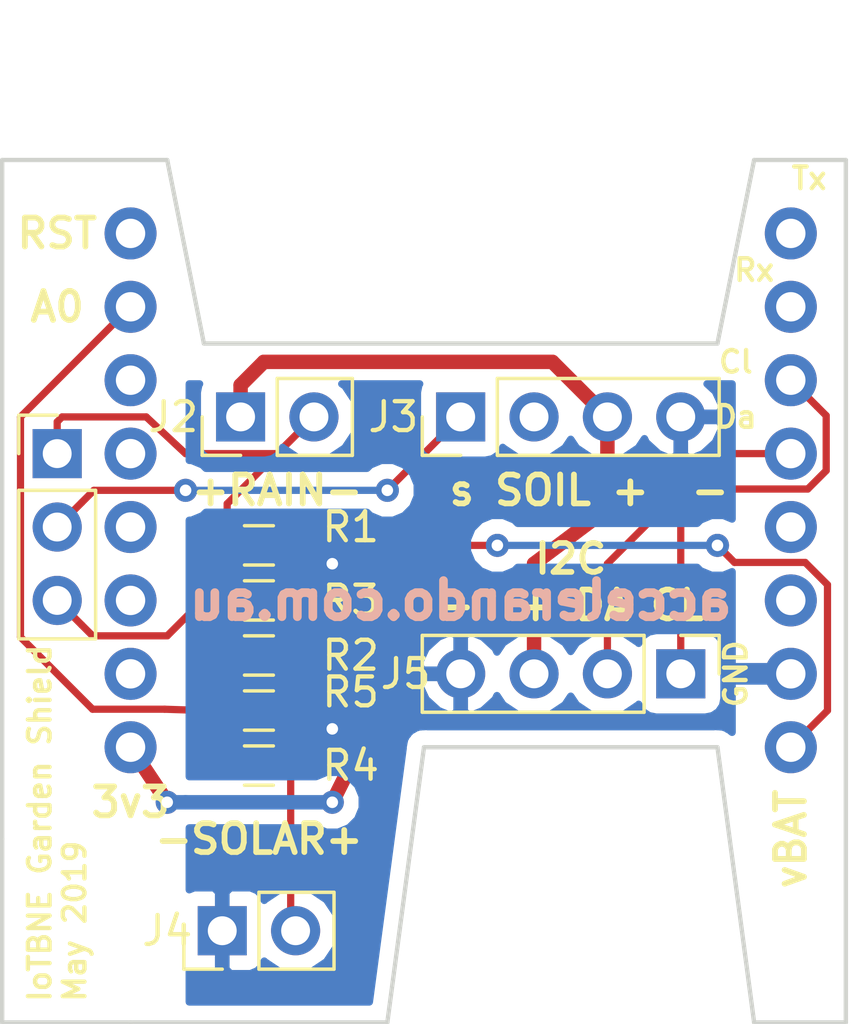
<source format=kicad_pcb>
(kicad_pcb (version 20171130) (host pcbnew "(5.0.1-3-g963ef8bb5)")

  (general
    (thickness 1.6)
    (drawings 29)
    (tracks 75)
    (zones 0)
    (modules 11)
    (nets 22)
  )

  (page A4)
  (layers
    (0 F.Cu signal)
    (31 B.Cu signal hide)
    (32 B.Adhes user)
    (33 F.Adhes user)
    (34 B.Paste user)
    (35 F.Paste user)
    (36 B.SilkS user)
    (37 F.SilkS user)
    (38 B.Mask user)
    (39 F.Mask user)
    (40 Dwgs.User user)
    (41 Cmts.User user)
    (42 Eco1.User user)
    (43 Eco2.User user)
    (44 Edge.Cuts user)
    (45 Margin user)
    (46 B.CrtYd user)
    (47 F.CrtYd user hide)
    (48 B.Fab user)
    (49 F.Fab user hide)
  )

  (setup
    (last_trace_width 0.25)
    (trace_clearance 0.2)
    (zone_clearance 0.508)
    (zone_45_only no)
    (trace_min 0.2)
    (segment_width 0.2)
    (edge_width 0.15)
    (via_size 0.8)
    (via_drill 0.4)
    (via_min_size 0.4)
    (via_min_drill 0.3)
    (uvia_size 0.3)
    (uvia_drill 0.1)
    (uvias_allowed no)
    (uvia_min_size 0.2)
    (uvia_min_drill 0.1)
    (pcb_text_width 0.3)
    (pcb_text_size 1.5 1.5)
    (mod_edge_width 0.15)
    (mod_text_size 1 1)
    (mod_text_width 0.15)
    (pad_size 1.8 1.8)
    (pad_drill 1.016)
    (pad_to_mask_clearance 0.051)
    (solder_mask_min_width 0.25)
    (aux_axis_origin 0 0)
    (visible_elements FFFFFF7F)
    (pcbplotparams
      (layerselection 0x010fc_ffffffff)
      (usegerberextensions false)
      (usegerberattributes false)
      (usegerberadvancedattributes false)
      (creategerberjobfile false)
      (excludeedgelayer true)
      (linewidth 0.100000)
      (plotframeref false)
      (viasonmask false)
      (mode 1)
      (useauxorigin false)
      (hpglpennumber 1)
      (hpglpenspeed 20)
      (hpglpendiameter 15.000000)
      (psnegative false)
      (psa4output false)
      (plotreference true)
      (plotvalue true)
      (plotinvisibletext false)
      (padsonsilk false)
      (subtractmaskfromsilk false)
      (outputformat 1)
      (mirror false)
      (drillshape 0)
      (scaleselection 1)
      (outputdirectory "gerbers/"))
  )

  (net 0 "")
  (net 1 /GPIO34-BATT)
  (net 2 /GPIO33-SOIL)
  (net 3 /GPIO35-RAIN)
  (net 4 +3V3)
  (net 5 /NC)
  (net 6 GND)
  (net 7 /GPIO36-SOLAR)
  (net 8 "Net-(U1-Pad15)")
  (net 9 "Net-(U1-Pad14)")
  (net 10 "Net-(U1-Pad3)")
  (net 11 "Net-(U1-Pad13)")
  (net 12 "Net-(U1-Pad4)")
  (net 13 "Net-(U1-Pad12)")
  (net 14 "Net-(U1-Pad11)")
  (net 15 "Net-(U1-Pad7)")
  (net 16 "Net-(U1-Pad9)")
  (net 17 "Net-(U1-Pad8)")
  (net 18 /SDA)
  (net 19 /SCL)
  (net 20 /VBAT)
  (net 21 /VSOLAR)

  (net_class Default "This is the default net class."
    (clearance 0.2)
    (trace_width 0.25)
    (via_dia 0.8)
    (via_drill 0.4)
    (uvia_dia 0.3)
    (uvia_drill 0.1)
    (add_net +3V3)
    (add_net /GPIO33-SOIL)
    (add_net /GPIO34-BATT)
    (add_net /GPIO35-RAIN)
    (add_net /GPIO36-SOLAR)
    (add_net /NC)
    (add_net /SCL)
    (add_net /SDA)
    (add_net /VBAT)
    (add_net /VSOLAR)
    (add_net GND)
    (add_net "Net-(U1-Pad11)")
    (add_net "Net-(U1-Pad12)")
    (add_net "Net-(U1-Pad13)")
    (add_net "Net-(U1-Pad14)")
    (add_net "Net-(U1-Pad15)")
    (add_net "Net-(U1-Pad3)")
    (add_net "Net-(U1-Pad4)")
    (add_net "Net-(U1-Pad7)")
    (add_net "Net-(U1-Pad8)")
    (add_net "Net-(U1-Pad9)")
  )

  (module wemos-d1-mini:wemos-d1-mini-with-pin-header-and-connector-no-outline (layer F.Cu) (tedit 5CDE2B61) (tstamp 5CDCF47D)
    (at 135.89 104.14 90)
    (path /5CD61191)
    (fp_text reference U1 (at -19.3 0 180) (layer F.SilkS) hide
      (effects (font (size 1 1) (thickness 0.15)))
    )
    (fp_text value "Lolin D1 Socket" (at 0 0 90) (layer F.Fab) hide
      (effects (font (size 1 1) (thickness 0.15)))
    )
    (fp_arc (start -12.48 -12.33) (end -11.48 -12.33) (angle 90) (layer F.CrtYd) (width 0.05))
    (fp_line (start -18.46 -11.33) (end -12.48 -11.33) (layer F.CrtYd) (width 0.05))
    (fp_line (start -11.48 -13.5) (end -11.48 -12.33) (layer F.CrtYd) (width 0.05))
    (fp_arc (start 14.94 -11.5) (end 14.85 -13.5) (angle 92.57657183) (layer F.CrtYd) (width 0.05))
    (fp_arc (start 14.94 11.5) (end 16.94 11.5) (angle 90) (layer F.CrtYd) (width 0.05))
    (fp_line (start -18.46 13.5) (end -18.46 -11.33) (layer F.CrtYd) (width 0.05))
    (fp_line (start 14.94 13.5) (end -18.46 13.5) (layer F.CrtYd) (width 0.05))
    (fp_line (start 16.94 -11.5) (end 16.94 11.5) (layer F.CrtYd) (width 0.05))
    (fp_line (start -11.48 -13.5) (end 14.85 -13.5) (layer F.CrtYd) (width 0.05))
    (pad 8 thru_hole circle (at 8.89 11.43 90) (size 1.8 1.8) (drill 1.016) (layers *.Cu *.Mask)
      (net 17 "Net-(U1-Pad8)"))
    (pad 9 thru_hole circle (at 8.89 -11.43 90) (size 1.8 1.8) (drill 1.016) (layers *.Cu *.Mask)
      (net 16 "Net-(U1-Pad9)"))
    (pad 7 thru_hole circle (at 6.35 11.43 90) (size 1.8 1.8) (drill 1.016) (layers *.Cu *.Mask)
      (net 15 "Net-(U1-Pad7)"))
    (pad 10 thru_hole circle (at 6.35 -11.43 90) (size 1.8 1.8) (drill 1.016) (layers *.Cu *.Mask)
      (net 7 /GPIO36-SOLAR))
    (pad 6 thru_hole circle (at 3.81 11.43 90) (size 1.8 1.8) (drill 1.016) (layers *.Cu *.Mask)
      (net 19 /SCL))
    (pad 11 thru_hole circle (at 3.81 -11.43 90) (size 1.8 1.8) (drill 1.016) (layers *.Cu *.Mask)
      (net 14 "Net-(U1-Pad11)"))
    (pad 5 thru_hole circle (at 1.27 11.43 90) (size 1.8 1.8) (drill 1.016) (layers *.Cu *.Mask)
      (net 18 /SDA))
    (pad 12 thru_hole circle (at 1.27 -11.43 90) (size 1.8 1.8) (drill 1.016) (layers *.Cu *.Mask)
      (net 13 "Net-(U1-Pad12)"))
    (pad 4 thru_hole circle (at -1.27 11.43 90) (size 1.8 1.8) (drill 1.016) (layers *.Cu *.Mask)
      (net 12 "Net-(U1-Pad4)"))
    (pad 13 thru_hole circle (at -1.27 -11.43 90) (size 1.8 1.8) (drill 1.016) (layers *.Cu *.Mask)
      (net 11 "Net-(U1-Pad13)"))
    (pad 3 thru_hole circle (at -3.81 11.43 90) (size 1.8 1.8) (drill 1.016) (layers *.Cu *.Mask)
      (net 10 "Net-(U1-Pad3)"))
    (pad 14 thru_hole circle (at -3.81 -11.43 90) (size 1.8 1.8) (drill 1.016) (layers *.Cu *.Mask)
      (net 9 "Net-(U1-Pad14)"))
    (pad 2 thru_hole circle (at -6.35 11.43 90) (size 1.8 1.8) (drill 1.016) (layers *.Cu *.Mask)
      (net 6 GND))
    (pad 15 thru_hole circle (at -6.35 -11.43 90) (size 1.8 1.8) (drill 1.016) (layers *.Cu *.Mask)
      (net 8 "Net-(U1-Pad15)"))
    (pad 1 thru_hole circle (at -8.89 11.43 90) (size 1.8 1.8) (drill 1.016) (layers *.Cu *.Mask)
      (net 20 /VBAT))
    (pad 16 thru_hole circle (at -8.89 -11.43 90) (size 1.8 1.8) (drill 1.016) (layers *.Cu *.Mask)
      (net 4 +3V3))
    (model ${KIPRJMOD}/3dshapes/wemos_d1_mini.3dshapes/d1_mini_shield.wrl
      (offset (xyz -17.89999973116897 -12.79999980776329 8.39999987384466))
      (scale (xyz 0.3937 0.3937 0.3937))
      (rotate (xyz 0 180 90))
    )
    (model ${KIPRJMOD}/3dshapes/wemos_d1_mini.3dshapes/SLW-108-01-G-S.wrl
      (offset (xyz 0 -11.39999982878918 0))
      (scale (xyz 0.3937 0.3937 0.3937))
      (rotate (xyz -90 0 0))
    )
    (model ${KIPRJMOD}/3dshapes/wemos_d1_mini.3dshapes/SLW-108-01-G-S.wrl
      (offset (xyz 0 11.39999982878918 0))
      (scale (xyz 0.3937 0.3937 0.3937))
      (rotate (xyz -90 0 0))
    )
    (model ${KIPRJMOD}/3dshapes/wemos_d1_mini.3dshapes/TSW-108-05-G-S.wrl
      (offset (xyz 0 -11.39999982878918 7.299999890364999))
      (scale (xyz 0.3937 0.3937 0.3937))
      (rotate (xyz 90 0 0))
    )
    (model ${KIPRJMOD}/3dshapes/wemos_d1_mini.3dshapes/TSW-108-05-G-S.wrl
      (offset (xyz 0 11.39999982878918 7.299999890364999))
      (scale (xyz 0.3937 0.3937 0.3937))
      (rotate (xyz 90 0 0))
    )
  )

  (module Pin_Headers:Pin_Header_Straight_1x02_Pitch2.54mm (layer F.Cu) (tedit 59650532) (tstamp 5CDE5C53)
    (at 128.27 101.6 90)
    (descr "Through hole straight pin header, 1x02, 2.54mm pitch, single row")
    (tags "Through hole pin header THT 1x02 2.54mm single row")
    (path /5CD6119F)
    (fp_text reference J2 (at 0 -2.33 180) (layer F.SilkS)
      (effects (font (size 1 1) (thickness 0.15)))
    )
    (fp_text value "Rain Sensor" (at 2.54 2.54 180) (layer F.Fab)
      (effects (font (size 1 1) (thickness 0.15)))
    )
    (fp_text user %R (at 0 1.27 180) (layer F.Fab)
      (effects (font (size 1 1) (thickness 0.15)))
    )
    (fp_line (start 1.8 -1.8) (end -1.8 -1.8) (layer F.CrtYd) (width 0.05))
    (fp_line (start 1.8 4.35) (end 1.8 -1.8) (layer F.CrtYd) (width 0.05))
    (fp_line (start -1.8 4.35) (end 1.8 4.35) (layer F.CrtYd) (width 0.05))
    (fp_line (start -1.8 -1.8) (end -1.8 4.35) (layer F.CrtYd) (width 0.05))
    (fp_line (start -1.33 -1.33) (end 0 -1.33) (layer F.SilkS) (width 0.12))
    (fp_line (start -1.33 0) (end -1.33 -1.33) (layer F.SilkS) (width 0.12))
    (fp_line (start -1.33 1.27) (end 1.33 1.27) (layer F.SilkS) (width 0.12))
    (fp_line (start 1.33 1.27) (end 1.33 3.87) (layer F.SilkS) (width 0.12))
    (fp_line (start -1.33 1.27) (end -1.33 3.87) (layer F.SilkS) (width 0.12))
    (fp_line (start -1.33 3.87) (end 1.33 3.87) (layer F.SilkS) (width 0.12))
    (fp_line (start -1.27 -0.635) (end -0.635 -1.27) (layer F.Fab) (width 0.1))
    (fp_line (start -1.27 3.81) (end -1.27 -0.635) (layer F.Fab) (width 0.1))
    (fp_line (start 1.27 3.81) (end -1.27 3.81) (layer F.Fab) (width 0.1))
    (fp_line (start 1.27 -1.27) (end 1.27 3.81) (layer F.Fab) (width 0.1))
    (fp_line (start -0.635 -1.27) (end 1.27 -1.27) (layer F.Fab) (width 0.1))
    (pad 2 thru_hole oval (at 0 2.54 90) (size 1.7 1.7) (drill 1) (layers *.Cu *.Mask)
      (net 3 /GPIO35-RAIN))
    (pad 1 thru_hole rect (at 0 0 90) (size 1.7 1.7) (drill 1) (layers *.Cu *.Mask)
      (net 4 +3V3))
    (model ${KISYS3DMOD}/Pin_Headers.3dshapes/Pin_Header_Straight_1x02_Pitch2.54mm.wrl
      (at (xyz 0 0 0))
      (scale (xyz 1 1 1))
      (rotate (xyz 0 0 0))
    )
  )

  (module Pin_Headers:Pin_Header_Straight_1x04_Pitch2.54mm (layer F.Cu) (tedit 59650532) (tstamp 5CDE5C10)
    (at 143.51 110.49 270)
    (descr "Through hole straight pin header, 1x04, 2.54mm pitch, single row")
    (tags "Through hole pin header THT 1x04 2.54mm single row")
    (path /5CDE11AD)
    (fp_text reference J5 (at 0 9.525) (layer F.SilkS)
      (effects (font (size 1 1) (thickness 0.15)))
    )
    (fp_text value I2C (at 2.54 3.81) (layer F.Fab)
      (effects (font (size 1 1) (thickness 0.15)))
    )
    (fp_line (start -0.635 -1.27) (end 1.27 -1.27) (layer F.Fab) (width 0.1))
    (fp_line (start 1.27 -1.27) (end 1.27 8.89) (layer F.Fab) (width 0.1))
    (fp_line (start 1.27 8.89) (end -1.27 8.89) (layer F.Fab) (width 0.1))
    (fp_line (start -1.27 8.89) (end -1.27 -0.635) (layer F.Fab) (width 0.1))
    (fp_line (start -1.27 -0.635) (end -0.635 -1.27) (layer F.Fab) (width 0.1))
    (fp_line (start -1.33 8.95) (end 1.33 8.95) (layer F.SilkS) (width 0.12))
    (fp_line (start -1.33 1.27) (end -1.33 8.95) (layer F.SilkS) (width 0.12))
    (fp_line (start 1.33 1.27) (end 1.33 8.95) (layer F.SilkS) (width 0.12))
    (fp_line (start -1.33 1.27) (end 1.33 1.27) (layer F.SilkS) (width 0.12))
    (fp_line (start -1.33 0) (end -1.33 -1.33) (layer F.SilkS) (width 0.12))
    (fp_line (start -1.33 -1.33) (end 0 -1.33) (layer F.SilkS) (width 0.12))
    (fp_line (start -1.8 -1.8) (end -1.8 9.4) (layer F.CrtYd) (width 0.05))
    (fp_line (start -1.8 9.4) (end 1.8 9.4) (layer F.CrtYd) (width 0.05))
    (fp_line (start 1.8 9.4) (end 1.8 -1.8) (layer F.CrtYd) (width 0.05))
    (fp_line (start 1.8 -1.8) (end -1.8 -1.8) (layer F.CrtYd) (width 0.05))
    (fp_text user %R (at 0 3.81) (layer F.Fab)
      (effects (font (size 1 1) (thickness 0.15)))
    )
    (pad 1 thru_hole rect (at 0 0 270) (size 1.7 1.7) (drill 1) (layers *.Cu *.Mask)
      (net 19 /SCL))
    (pad 2 thru_hole oval (at 0 2.54 270) (size 1.7 1.7) (drill 1) (layers *.Cu *.Mask)
      (net 18 /SDA))
    (pad 3 thru_hole oval (at 0 5.08 270) (size 1.7 1.7) (drill 1) (layers *.Cu *.Mask)
      (net 4 +3V3))
    (pad 4 thru_hole oval (at 0 7.62 270) (size 1.7 1.7) (drill 1) (layers *.Cu *.Mask)
      (net 6 GND))
    (model ${KISYS3DMOD}/Pin_Headers.3dshapes/Pin_Header_Straight_1x04_Pitch2.54mm.wrl
      (at (xyz 0 0 0))
      (scale (xyz 1 1 1))
      (rotate (xyz 0 0 0))
    )
  )

  (module Pin_Headers:Pin_Header_Straight_1x04_Pitch2.54mm (layer F.Cu) (tedit 59650532) (tstamp 5CDE5BF9)
    (at 135.89 101.6 90)
    (descr "Through hole straight pin header, 1x04, 2.54mm pitch, single row")
    (tags "Through hole pin header THT 1x04 2.54mm single row")
    (path /5CD611A6)
    (fp_text reference J3 (at 0 -2.33 180) (layer F.SilkS)
      (effects (font (size 1 1) (thickness 0.15)))
    )
    (fp_text value "Soil Sensor" (at 2.54 4.445 180) (layer F.Fab)
      (effects (font (size 1 1) (thickness 0.15)))
    )
    (fp_text user %R (at 0 3.81 180) (layer F.Fab)
      (effects (font (size 1 1) (thickness 0.15)))
    )
    (fp_line (start 1.8 -1.8) (end -1.8 -1.8) (layer F.CrtYd) (width 0.05))
    (fp_line (start 1.8 9.4) (end 1.8 -1.8) (layer F.CrtYd) (width 0.05))
    (fp_line (start -1.8 9.4) (end 1.8 9.4) (layer F.CrtYd) (width 0.05))
    (fp_line (start -1.8 -1.8) (end -1.8 9.4) (layer F.CrtYd) (width 0.05))
    (fp_line (start -1.33 -1.33) (end 0 -1.33) (layer F.SilkS) (width 0.12))
    (fp_line (start -1.33 0) (end -1.33 -1.33) (layer F.SilkS) (width 0.12))
    (fp_line (start -1.33 1.27) (end 1.33 1.27) (layer F.SilkS) (width 0.12))
    (fp_line (start 1.33 1.27) (end 1.33 8.95) (layer F.SilkS) (width 0.12))
    (fp_line (start -1.33 1.27) (end -1.33 8.95) (layer F.SilkS) (width 0.12))
    (fp_line (start -1.33 8.95) (end 1.33 8.95) (layer F.SilkS) (width 0.12))
    (fp_line (start -1.27 -0.635) (end -0.635 -1.27) (layer F.Fab) (width 0.1))
    (fp_line (start -1.27 8.89) (end -1.27 -0.635) (layer F.Fab) (width 0.1))
    (fp_line (start 1.27 8.89) (end -1.27 8.89) (layer F.Fab) (width 0.1))
    (fp_line (start 1.27 -1.27) (end 1.27 8.89) (layer F.Fab) (width 0.1))
    (fp_line (start -0.635 -1.27) (end 1.27 -1.27) (layer F.Fab) (width 0.1))
    (pad 4 thru_hole oval (at 0 7.62 90) (size 1.7 1.7) (drill 1) (layers *.Cu *.Mask)
      (net 6 GND))
    (pad 3 thru_hole oval (at 0 5.08 90) (size 1.7 1.7) (drill 1) (layers *.Cu *.Mask)
      (net 4 +3V3))
    (pad 2 thru_hole oval (at 0 2.54 90) (size 1.7 1.7) (drill 1) (layers *.Cu *.Mask)
      (net 5 /NC))
    (pad 1 thru_hole rect (at 0 0 90) (size 1.7 1.7) (drill 1) (layers *.Cu *.Mask)
      (net 2 /GPIO33-SOIL))
    (model ${KISYS3DMOD}/Pin_Headers.3dshapes/Pin_Header_Straight_1x04_Pitch2.54mm.wrl
      (at (xyz 0 0 0))
      (scale (xyz 1 1 1))
      (rotate (xyz 0 0 0))
    )
  )

  (module Pin_Headers:Pin_Header_Straight_1x02_Pitch2.54mm (layer F.Cu) (tedit 59650532) (tstamp 5CDD1233)
    (at 127.635 119.38 90)
    (descr "Through hole straight pin header, 1x02, 2.54mm pitch, single row")
    (tags "Through hole pin header THT 1x02 2.54mm single row")
    (path /5CD611D0)
    (fp_text reference J4 (at 0 -1.905 180) (layer F.SilkS)
      (effects (font (size 1 1) (thickness 0.15)))
    )
    (fp_text value "Solar (Max 6v6)" (at -2.54 4.445 180) (layer F.Fab)
      (effects (font (size 1 1) (thickness 0.15)))
    )
    (fp_line (start -0.635 -1.27) (end 1.27 -1.27) (layer F.Fab) (width 0.1))
    (fp_line (start 1.27 -1.27) (end 1.27 3.81) (layer F.Fab) (width 0.1))
    (fp_line (start 1.27 3.81) (end -1.27 3.81) (layer F.Fab) (width 0.1))
    (fp_line (start -1.27 3.81) (end -1.27 -0.635) (layer F.Fab) (width 0.1))
    (fp_line (start -1.27 -0.635) (end -0.635 -1.27) (layer F.Fab) (width 0.1))
    (fp_line (start -1.33 3.87) (end 1.33 3.87) (layer F.SilkS) (width 0.12))
    (fp_line (start -1.33 1.27) (end -1.33 3.87) (layer F.SilkS) (width 0.12))
    (fp_line (start 1.33 1.27) (end 1.33 3.87) (layer F.SilkS) (width 0.12))
    (fp_line (start -1.33 1.27) (end 1.33 1.27) (layer F.SilkS) (width 0.12))
    (fp_line (start -1.33 0) (end -1.33 -1.33) (layer F.SilkS) (width 0.12))
    (fp_line (start -1.33 -1.33) (end 0 -1.33) (layer F.SilkS) (width 0.12))
    (fp_line (start -1.8 -1.8) (end -1.8 4.35) (layer F.CrtYd) (width 0.05))
    (fp_line (start -1.8 4.35) (end 1.8 4.35) (layer F.CrtYd) (width 0.05))
    (fp_line (start 1.8 4.35) (end 1.8 -1.8) (layer F.CrtYd) (width 0.05))
    (fp_line (start 1.8 -1.8) (end -1.8 -1.8) (layer F.CrtYd) (width 0.05))
    (fp_text user %R (at 0 1.27 180) (layer F.Fab)
      (effects (font (size 1 1) (thickness 0.15)))
    )
    (pad 1 thru_hole rect (at 0 0 90) (size 1.7 1.7) (drill 1) (layers *.Cu *.Mask)
      (net 6 GND))
    (pad 2 thru_hole oval (at 0 2.54 90) (size 1.7 1.7) (drill 1) (layers *.Cu *.Mask)
      (net 21 /VSOLAR))
    (model ${KISYS3DMOD}/Pin_Headers.3dshapes/Pin_Header_Straight_1x02_Pitch2.54mm.wrl
      (at (xyz 0 0 0))
      (scale (xyz 1 1 1))
      (rotate (xyz 0 0 0))
    )
  )

  (module Resistors_SMD:R_0603_HandSoldering (layer F.Cu) (tedit 58E0A804) (tstamp 5CDCEE90)
    (at 128.905 106.045 180)
    (descr "Resistor SMD 0603, hand soldering")
    (tags "resistor 0603")
    (path /5CD611AD)
    (attr smd)
    (fp_text reference R1 (at -3.175 0.635 180) (layer F.SilkS)
      (effects (font (size 1 1) (thickness 0.15)))
    )
    (fp_text value 1M (at -3.175 -0.635 180) (layer F.Fab)
      (effects (font (size 1 1) (thickness 0.15)))
    )
    (fp_line (start 1.95 0.7) (end -1.96 0.7) (layer F.CrtYd) (width 0.05))
    (fp_line (start 1.95 0.7) (end 1.95 -0.7) (layer F.CrtYd) (width 0.05))
    (fp_line (start -1.96 -0.7) (end -1.96 0.7) (layer F.CrtYd) (width 0.05))
    (fp_line (start -1.96 -0.7) (end 1.95 -0.7) (layer F.CrtYd) (width 0.05))
    (fp_line (start -0.5 -0.68) (end 0.5 -0.68) (layer F.SilkS) (width 0.12))
    (fp_line (start 0.5 0.68) (end -0.5 0.68) (layer F.SilkS) (width 0.12))
    (fp_line (start -0.8 -0.4) (end 0.8 -0.4) (layer F.Fab) (width 0.1))
    (fp_line (start 0.8 -0.4) (end 0.8 0.4) (layer F.Fab) (width 0.1))
    (fp_line (start 0.8 0.4) (end -0.8 0.4) (layer F.Fab) (width 0.1))
    (fp_line (start -0.8 0.4) (end -0.8 -0.4) (layer F.Fab) (width 0.1))
    (fp_text user %R (at 0 0 180) (layer F.Fab)
      (effects (font (size 0.4 0.4) (thickness 0.075)))
    )
    (pad 2 smd rect (at 1.1 0 180) (size 1.2 0.9) (layers F.Cu F.Paste F.Mask)
      (net 3 /GPIO35-RAIN))
    (pad 1 smd rect (at -1.1 0 180) (size 1.2 0.9) (layers F.Cu F.Paste F.Mask)
      (net 6 GND))
    (model ${KISYS3DMOD}/Resistors_SMD.3dshapes/R_0603.wrl
      (at (xyz 0 0 0))
      (scale (xyz 1 1 1))
      (rotate (xyz 0 0 0))
    )
  )

  (module Pin_Headers:Pin_Header_Straight_1x03_Pitch2.54mm (layer F.Cu) (tedit 5CDE1866) (tstamp 5CDCEFE9)
    (at 121.92 102.87)
    (descr "Through hole straight pin header, 1x03, 2.54mm pitch, single row")
    (tags "Through hole pin header THT 1x03 2.54mm single row")
    (path /5CD61198)
    (fp_text reference J1 (at 0 -2.33) (layer F.SilkS) hide
      (effects (font (size 1 1) (thickness 0.15)))
    )
    (fp_text value "ADC Pins" (at 3.81 7.62) (layer F.Fab) hide
      (effects (font (size 1 1) (thickness 0.15)))
    )
    (fp_text user %R (at 0 2.54 90) (layer F.Fab)
      (effects (font (size 1 1) (thickness 0.15)))
    )
    (fp_line (start 1.8 -1.8) (end -1.8 -1.8) (layer F.CrtYd) (width 0.05))
    (fp_line (start 1.8 6.85) (end 1.8 -1.8) (layer F.CrtYd) (width 0.05))
    (fp_line (start -1.8 6.85) (end 1.8 6.85) (layer F.CrtYd) (width 0.05))
    (fp_line (start -1.8 -1.8) (end -1.8 6.85) (layer F.CrtYd) (width 0.05))
    (fp_line (start -1.33 -1.33) (end 0 -1.33) (layer F.SilkS) (width 0.12))
    (fp_line (start -1.33 0) (end -1.33 -1.33) (layer F.SilkS) (width 0.12))
    (fp_line (start -1.33 1.27) (end 1.33 1.27) (layer F.SilkS) (width 0.12))
    (fp_line (start 1.33 1.27) (end 1.33 6.41) (layer F.SilkS) (width 0.12))
    (fp_line (start -1.33 1.27) (end -1.33 6.41) (layer F.SilkS) (width 0.12))
    (fp_line (start -1.33 6.41) (end 1.33 6.41) (layer F.SilkS) (width 0.12))
    (fp_line (start -1.27 -0.635) (end -0.635 -1.27) (layer F.Fab) (width 0.1))
    (fp_line (start -1.27 6.35) (end -1.27 -0.635) (layer F.Fab) (width 0.1))
    (fp_line (start 1.27 6.35) (end -1.27 6.35) (layer F.Fab) (width 0.1))
    (fp_line (start 1.27 -1.27) (end 1.27 6.35) (layer F.Fab) (width 0.1))
    (fp_line (start -0.635 -1.27) (end 1.27 -1.27) (layer F.Fab) (width 0.1))
    (pad 3 thru_hole oval (at 0 5.08) (size 1.7 1.7) (drill 1) (layers *.Cu *.Mask)
      (net 1 /GPIO34-BATT))
    (pad 2 thru_hole oval (at 0 2.54) (size 1.7 1.7) (drill 1) (layers *.Cu *.Mask)
      (net 2 /GPIO33-SOIL))
    (pad 1 thru_hole rect (at 0 0) (size 1.7 1.7) (drill 1) (layers *.Cu *.Mask)
      (net 3 /GPIO35-RAIN))
    (model ${KISYS3DMOD}/Pin_Headers.3dshapes/Pin_Header_Straight_1x03_Pitch2.54mm.wrl
      (at (xyz 0 0 0))
      (scale (xyz 1 1 1))
      (rotate (xyz 0 0 0))
    )
  )

  (module Resistors_SMD:R_0603_HandSoldering (layer F.Cu) (tedit 58E0A804) (tstamp 5CDCEE60)
    (at 128.905 109.855 180)
    (descr "Resistor SMD 0603, hand soldering")
    (tags "resistor 0603")
    (path /5CD611B4)
    (attr smd)
    (fp_text reference R2 (at -3.175 0 180) (layer F.SilkS)
      (effects (font (size 1 1) (thickness 0.15)))
    )
    (fp_text value 10k (at -5.715 0.635 180) (layer F.Fab)
      (effects (font (size 1 1) (thickness 0.15)))
    )
    (fp_text user %R (at 0 0 180) (layer F.Fab)
      (effects (font (size 0.4 0.4) (thickness 0.075)))
    )
    (fp_line (start -0.8 0.4) (end -0.8 -0.4) (layer F.Fab) (width 0.1))
    (fp_line (start 0.8 0.4) (end -0.8 0.4) (layer F.Fab) (width 0.1))
    (fp_line (start 0.8 -0.4) (end 0.8 0.4) (layer F.Fab) (width 0.1))
    (fp_line (start -0.8 -0.4) (end 0.8 -0.4) (layer F.Fab) (width 0.1))
    (fp_line (start 0.5 0.68) (end -0.5 0.68) (layer F.SilkS) (width 0.12))
    (fp_line (start -0.5 -0.68) (end 0.5 -0.68) (layer F.SilkS) (width 0.12))
    (fp_line (start -1.96 -0.7) (end 1.95 -0.7) (layer F.CrtYd) (width 0.05))
    (fp_line (start -1.96 -0.7) (end -1.96 0.7) (layer F.CrtYd) (width 0.05))
    (fp_line (start 1.95 0.7) (end 1.95 -0.7) (layer F.CrtYd) (width 0.05))
    (fp_line (start 1.95 0.7) (end -1.96 0.7) (layer F.CrtYd) (width 0.05))
    (pad 1 smd rect (at -1.1 0 180) (size 1.2 0.9) (layers F.Cu F.Paste F.Mask)
      (net 20 /VBAT))
    (pad 2 smd rect (at 1.1 0 180) (size 1.2 0.9) (layers F.Cu F.Paste F.Mask)
      (net 1 /GPIO34-BATT))
    (model ${KISYS3DMOD}/Resistors_SMD.3dshapes/R_0603.wrl
      (at (xyz 0 0 0))
      (scale (xyz 1 1 1))
      (rotate (xyz 0 0 0))
    )
  )

  (module Resistors_SMD:R_0603_HandSoldering (layer F.Cu) (tedit 58E0A804) (tstamp 5CDCEE30)
    (at 128.905 107.95)
    (descr "Resistor SMD 0603, hand soldering")
    (tags "resistor 0603")
    (path /5CD611C2)
    (attr smd)
    (fp_text reference R3 (at 3.175 0) (layer F.SilkS)
      (effects (font (size 1 1) (thickness 0.15)))
    )
    (fp_text value 10k (at 3.175 0.635) (layer F.Fab)
      (effects (font (size 1 1) (thickness 0.15)))
    )
    (fp_text user %R (at 0 0) (layer F.Fab)
      (effects (font (size 0.4 0.4) (thickness 0.075)))
    )
    (fp_line (start -0.8 0.4) (end -0.8 -0.4) (layer F.Fab) (width 0.1))
    (fp_line (start 0.8 0.4) (end -0.8 0.4) (layer F.Fab) (width 0.1))
    (fp_line (start 0.8 -0.4) (end 0.8 0.4) (layer F.Fab) (width 0.1))
    (fp_line (start -0.8 -0.4) (end 0.8 -0.4) (layer F.Fab) (width 0.1))
    (fp_line (start 0.5 0.68) (end -0.5 0.68) (layer F.SilkS) (width 0.12))
    (fp_line (start -0.5 -0.68) (end 0.5 -0.68) (layer F.SilkS) (width 0.12))
    (fp_line (start -1.96 -0.7) (end 1.95 -0.7) (layer F.CrtYd) (width 0.05))
    (fp_line (start -1.96 -0.7) (end -1.96 0.7) (layer F.CrtYd) (width 0.05))
    (fp_line (start 1.95 0.7) (end 1.95 -0.7) (layer F.CrtYd) (width 0.05))
    (fp_line (start 1.95 0.7) (end -1.96 0.7) (layer F.CrtYd) (width 0.05))
    (pad 1 smd rect (at -1.1 0) (size 1.2 0.9) (layers F.Cu F.Paste F.Mask)
      (net 1 /GPIO34-BATT))
    (pad 2 smd rect (at 1.1 0) (size 1.2 0.9) (layers F.Cu F.Paste F.Mask)
      (net 6 GND))
    (model ${KISYS3DMOD}/Resistors_SMD.3dshapes/R_0603.wrl
      (at (xyz 0 0 0))
      (scale (xyz 1 1 1))
      (rotate (xyz 0 0 0))
    )
  )

  (module Resistors_SMD:R_0603_HandSoldering (layer F.Cu) (tedit 58E0A804) (tstamp 5CDCEE00)
    (at 128.905 113.665 180)
    (descr "Resistor SMD 0603, hand soldering")
    (tags "resistor 0603")
    (path /5CD611BB)
    (attr smd)
    (fp_text reference R4 (at -3.175 0 180) (layer F.SilkS)
      (effects (font (size 1 1) (thickness 0.15)))
    )
    (fp_text value 10k (at -5.715 0 180) (layer F.Fab)
      (effects (font (size 1 1) (thickness 0.15)))
    )
    (fp_line (start 1.95 0.7) (end -1.96 0.7) (layer F.CrtYd) (width 0.05))
    (fp_line (start 1.95 0.7) (end 1.95 -0.7) (layer F.CrtYd) (width 0.05))
    (fp_line (start -1.96 -0.7) (end -1.96 0.7) (layer F.CrtYd) (width 0.05))
    (fp_line (start -1.96 -0.7) (end 1.95 -0.7) (layer F.CrtYd) (width 0.05))
    (fp_line (start -0.5 -0.68) (end 0.5 -0.68) (layer F.SilkS) (width 0.12))
    (fp_line (start 0.5 0.68) (end -0.5 0.68) (layer F.SilkS) (width 0.12))
    (fp_line (start -0.8 -0.4) (end 0.8 -0.4) (layer F.Fab) (width 0.1))
    (fp_line (start 0.8 -0.4) (end 0.8 0.4) (layer F.Fab) (width 0.1))
    (fp_line (start 0.8 0.4) (end -0.8 0.4) (layer F.Fab) (width 0.1))
    (fp_line (start -0.8 0.4) (end -0.8 -0.4) (layer F.Fab) (width 0.1))
    (fp_text user %R (at 0 0 180) (layer F.Fab)
      (effects (font (size 0.4 0.4) (thickness 0.075)))
    )
    (pad 2 smd rect (at 1.1 0 180) (size 1.2 0.9) (layers F.Cu F.Paste F.Mask)
      (net 7 /GPIO36-SOLAR))
    (pad 1 smd rect (at -1.1 0 180) (size 1.2 0.9) (layers F.Cu F.Paste F.Mask)
      (net 21 /VSOLAR))
    (model ${KISYS3DMOD}/Resistors_SMD.3dshapes/R_0603.wrl
      (at (xyz 0 0 0))
      (scale (xyz 1 1 1))
      (rotate (xyz 0 0 0))
    )
  )

  (module Resistors_SMD:R_0603_HandSoldering (layer F.Cu) (tedit 58E0A804) (tstamp 5CDCEDD0)
    (at 128.905 111.76)
    (descr "Resistor SMD 0603, hand soldering")
    (tags "resistor 0603")
    (path /5CD611C9)
    (attr smd)
    (fp_text reference R5 (at 3.175 -0.635) (layer F.SilkS)
      (effects (font (size 1 1) (thickness 0.15)))
    )
    (fp_text value 10k (at 0 1.55) (layer F.Fab)
      (effects (font (size 1 1) (thickness 0.15)))
    )
    (fp_line (start 1.95 0.7) (end -1.96 0.7) (layer F.CrtYd) (width 0.05))
    (fp_line (start 1.95 0.7) (end 1.95 -0.7) (layer F.CrtYd) (width 0.05))
    (fp_line (start -1.96 -0.7) (end -1.96 0.7) (layer F.CrtYd) (width 0.05))
    (fp_line (start -1.96 -0.7) (end 1.95 -0.7) (layer F.CrtYd) (width 0.05))
    (fp_line (start -0.5 -0.68) (end 0.5 -0.68) (layer F.SilkS) (width 0.12))
    (fp_line (start 0.5 0.68) (end -0.5 0.68) (layer F.SilkS) (width 0.12))
    (fp_line (start -0.8 -0.4) (end 0.8 -0.4) (layer F.Fab) (width 0.1))
    (fp_line (start 0.8 -0.4) (end 0.8 0.4) (layer F.Fab) (width 0.1))
    (fp_line (start 0.8 0.4) (end -0.8 0.4) (layer F.Fab) (width 0.1))
    (fp_line (start -0.8 0.4) (end -0.8 -0.4) (layer F.Fab) (width 0.1))
    (fp_text user %R (at 0 0) (layer F.Fab)
      (effects (font (size 0.4 0.4) (thickness 0.075)))
    )
    (pad 2 smd rect (at 1.1 0) (size 1.2 0.9) (layers F.Cu F.Paste F.Mask)
      (net 6 GND))
    (pad 1 smd rect (at -1.1 0) (size 1.2 0.9) (layers F.Cu F.Paste F.Mask)
      (net 7 /GPIO36-SOLAR))
    (model ${KISYS3DMOD}/Resistors_SMD.3dshapes/R_0603.wrl
      (at (xyz 0 0 0))
      (scale (xyz 1 1 1))
      (rotate (xyz 0 0 0))
    )
  )

  (gr_text accelerando.com.au (at 135.89 107.95) (layer B.SilkS)
    (effects (font (size 1.25 1.25) (thickness 0.3)) (justify mirror))
  )
  (gr_text "IoTBNE Garden Shield\nMay 2019" (at 121.92 121.92 90) (layer F.SilkS)
    (effects (font (size 0.75 0.75) (thickness 0.15)) (justify left))
  )
  (gr_text Da (at 145.415 101.6) (layer F.SilkS) (tstamp 5CDE8B81)
    (effects (font (size 0.75 0.75) (thickness 0.15)))
  )
  (gr_text Cl (at 145.415 99.695) (layer F.SilkS) (tstamp 5CDE8B7C)
    (effects (font (size 0.75 0.75) (thickness 0.15)))
  )
  (gr_line (start 149.225 122.555) (end 149.225 92.71) (layer Edge.Cuts) (width 0.15))
  (gr_line (start 146.05 122.555) (end 149.225 122.555) (layer Edge.Cuts) (width 0.15))
  (gr_line (start 144.78 113.03) (end 146.05 122.555) (layer Edge.Cuts) (width 0.15))
  (gr_line (start 134.62 113.03) (end 144.78 113.03) (layer Edge.Cuts) (width 0.15))
  (gr_line (start 133.35 122.555) (end 134.62 113.03) (layer Edge.Cuts) (width 0.15))
  (gr_line (start 124.46 122.555) (end 133.35 122.555) (layer Edge.Cuts) (width 0.15))
  (gr_line (start 120.015 122.555) (end 124.46 122.555) (layer Edge.Cuts) (width 0.15))
  (gr_line (start 120.015 116.205) (end 120.015 122.555) (layer Edge.Cuts) (width 0.15))
  (gr_line (start 120.015 92.71) (end 120.015 116.205) (layer Edge.Cuts) (width 0.15))
  (gr_line (start 125.73 92.71) (end 120.015 92.71) (layer Edge.Cuts) (width 0.15))
  (gr_line (start 127 99.06) (end 125.73 92.71) (layer Edge.Cuts) (width 0.15))
  (gr_line (start 144.78 99.06) (end 127 99.06) (layer Edge.Cuts) (width 0.15))
  (gr_line (start 146.05 92.71) (end 144.78 99.06) (layer Edge.Cuts) (width 0.15))
  (gr_line (start 149.225 92.71) (end 146.05 92.71) (layer Edge.Cuts) (width 0.15))
  (gr_text GND (at 145.415 110.49 90) (layer F.SilkS)
    (effects (font (size 0.75 0.75) (thickness 0.15)))
  )
  (gr_text A0 (at 121.92 97.79) (layer F.SilkS) (tstamp 5CDE81A5)
    (effects (font (size 1 1) (thickness 0.2)))
  )
  (gr_text vBAT (at 147.32 116.205 90) (layer F.SilkS) (tstamp 5CDE7EF9)
    (effects (font (size 1 1) (thickness 0.2)))
  )
  (gr_text Rx (at 146.05 96.52) (layer F.SilkS) (tstamp 5CDE7E89)
    (effects (font (size 0.75 0.75) (thickness 0.15)))
  )
  (gr_text Tx (at 147.955 93.345) (layer F.SilkS) (tstamp 5CDE8B72)
    (effects (font (size 0.75 0.75) (thickness 0.15)))
  )
  (gr_text 3v3 (at 124.46 114.935) (layer F.SilkS)
    (effects (font (size 1 1) (thickness 0.2)))
  )
  (gr_text RST (at 121.92 95.25) (layer F.SilkS)
    (effects (font (size 1 1) (thickness 0.2)))
  )
  (gr_text "-SOLAR+\n" (at 128.905 116.205) (layer F.SilkS)
    (effects (font (size 1 1) (thickness 0.2)))
  )
  (gr_text "I2C\n-  + DA CL" (at 139.7 107.315) (layer F.SilkS)
    (effects (font (size 1 1) (thickness 0.2)))
  )
  (gr_text "s SOIL +  -" (at 140.335 104.14) (layer F.SilkS)
    (effects (font (size 1 1) (thickness 0.2)))
  )
  (gr_text +RAIN- (at 129.54 104.14) (layer F.SilkS)
    (effects (font (size 1 1) (thickness 0.2)))
  )

  (segment (start 126.955 107.95) (end 125.729999 109.175001) (width 0.25) (layer F.Cu) (net 1))
  (segment (start 122.769999 108.799999) (end 121.92 107.95) (width 0.25) (layer F.Cu) (net 1))
  (segment (start 123.145001 109.175001) (end 122.769999 108.799999) (width 0.25) (layer F.Cu) (net 1))
  (segment (start 125.729999 109.175001) (end 123.145001 109.175001) (width 0.25) (layer F.Cu) (net 1))
  (segment (start 127.805 107.95) (end 126.955 107.95) (width 0.25) (layer F.Cu) (net 1))
  (segment (start 127.805 107.95) (end 127.805 109.855) (width 0.25) (layer F.Cu) (net 1))
  (segment (start 121.92 105.41) (end 122.769999 104.560001) (width 0.25) (layer F.Cu) (net 2))
  (via (at 126.365 104.14) (size 0.8) (drill 0.4) (layers F.Cu B.Cu) (net 2))
  (segment (start 123.19 104.14) (end 126.365 104.14) (width 0.25) (layer F.Cu) (net 2))
  (segment (start 122.769999 104.560001) (end 123.19 104.14) (width 0.25) (layer F.Cu) (net 2))
  (segment (start 133.35 104.14) (end 135.89 101.6) (width 0.25) (layer F.Cu) (net 2))
  (segment (start 126.365 104.14) (end 133.35 104.14) (width 0.25) (layer B.Cu) (net 2))
  (via (at 133.35 104.14) (size 0.8) (drill 0.4) (layers F.Cu B.Cu) (net 2))
  (segment (start 129.54 102.87) (end 129.634999 102.775001) (width 0.25) (layer F.Cu) (net 3))
  (segment (start 126.365 102.87) (end 129.54 102.87) (width 0.25) (layer F.Cu) (net 3))
  (segment (start 125.003002 101.6) (end 126.365 102.87) (width 0.25) (layer F.Cu) (net 3))
  (segment (start 122.09 101.6) (end 125.003002 101.6) (width 0.25) (layer F.Cu) (net 3))
  (segment (start 121.92 101.77) (end 122.09 101.6) (width 0.25) (layer F.Cu) (net 3))
  (segment (start 121.92 102.87) (end 121.92 101.77) (width 0.25) (layer F.Cu) (net 3))
  (segment (start 129.634999 102.775001) (end 130.81 101.6) (width 0.25) (layer F.Cu) (net 3))
  (segment (start 127.805 104.605) (end 130.81 101.6) (width 0.25) (layer F.Cu) (net 3))
  (segment (start 127.805 106.045) (end 127.805 104.605) (width 0.25) (layer F.Cu) (net 3))
  (segment (start 128.27 100.5) (end 129.075 99.695) (width 0.5) (layer F.Cu) (net 4))
  (segment (start 128.27 101.6) (end 128.27 100.5) (width 0.5) (layer F.Cu) (net 4))
  (segment (start 139.065 99.695) (end 140.97 101.6) (width 0.5) (layer F.Cu) (net 4))
  (segment (start 129.075 99.695) (end 139.065 99.695) (width 0.5) (layer F.Cu) (net 4))
  (segment (start 124.46 113.03) (end 125.73 114.935) (width 0.5) (layer F.Cu) (net 4))
  (via (at 125.73 114.935) (size 0.8) (drill 0.4) (layers F.Cu B.Cu) (net 4))
  (segment (start 140.97 104.775) (end 138.43 106.68) (width 0.5) (layer F.Cu) (net 4))
  (segment (start 140.97 101.6) (end 140.97 104.775) (width 0.5) (layer F.Cu) (net 4))
  (segment (start 138.43 108.585) (end 138.43 110.49) (width 0.5) (layer F.Cu) (net 4))
  (segment (start 138.43 106.68) (end 138.43 108.585) (width 0.5) (layer F.Cu) (net 4))
  (segment (start 131.445 114.935) (end 126.365 114.935) (width 0.5) (layer B.Cu) (net 4))
  (segment (start 126.365 114.935) (end 125.73 114.935) (width 0.5) (layer B.Cu) (net 4))
  (via (at 131.445 114.935) (size 0.8) (drill 0.4) (layers F.Cu B.Cu) (net 4))
  (segment (start 132.715 108.585) (end 138.43 108.585) (width 0.5) (layer F.Cu) (net 4))
  (segment (start 132.715 112.395) (end 132.715 108.585) (width 0.5) (layer F.Cu) (net 4))
  (segment (start 131.445 114.935) (end 132.715 112.395) (width 0.5) (layer F.Cu) (net 4))
  (segment (start 147.32 110.49) (end 145.415 110.49) (width 0.75) (layer B.Cu) (net 6))
  (segment (start 130.005 106.045) (end 130.005 107.95) (width 0.25) (layer F.Cu) (net 6))
  (segment (start 130.005 111.76) (end 131.445 112.395) (width 0.25) (layer F.Cu) (net 6))
  (via (at 131.445 112.395) (size 0.8) (drill 0.4) (layers F.Cu B.Cu) (net 6))
  (segment (start 131.445 106.68) (end 130.005 106.045) (width 0.25) (layer F.Cu) (net 6))
  (via (at 131.445 106.68) (size 0.8) (drill 0.4) (layers F.Cu B.Cu) (net 6))
  (segment (start 130.005 119.21) (end 130.175 119.38) (width 0.25) (layer F.Cu) (net 21))
  (segment (start 130.005 113.665) (end 130.005 119.21) (width 0.25) (layer F.Cu) (net 21))
  (segment (start 120.65 101.6) (end 124.46 97.79) (width 0.25) (layer F.Cu) (net 7))
  (segment (start 120.65 109.22) (end 120.65 101.6) (width 0.25) (layer F.Cu) (net 7))
  (segment (start 123.145001 111.715001) (end 120.65 109.22) (width 0.25) (layer F.Cu) (net 7))
  (segment (start 125.640001 111.715001) (end 123.145001 111.715001) (width 0.25) (layer F.Cu) (net 7))
  (segment (start 127 111.76) (end 125.640001 111.715001) (width 0.25) (layer F.Cu) (net 7))
  (segment (start 127.805 111.76) (end 127 111.76) (width 0.25) (layer F.Cu) (net 7))
  (segment (start 127.805 113.665) (end 127.805 111.76) (width 0.25) (layer F.Cu) (net 7))
  (segment (start 144.78 102.87) (end 147.32 102.87) (width 0.25) (layer F.Cu) (net 18))
  (segment (start 140.97 106.68) (end 144.78 102.87) (width 0.25) (layer F.Cu) (net 18))
  (segment (start 140.97 110.49) (end 140.97 106.68) (width 0.25) (layer F.Cu) (net 18))
  (segment (start 148.219999 101.229999) (end 147.32 100.33) (width 0.25) (layer F.Cu) (net 19))
  (segment (start 148.545001 101.555001) (end 148.219999 101.229999) (width 0.25) (layer F.Cu) (net 19))
  (segment (start 148.545001 103.458001) (end 148.545001 101.555001) (width 0.25) (layer F.Cu) (net 19))
  (segment (start 144.281998 104.095001) (end 147.908001 104.095001) (width 0.25) (layer F.Cu) (net 19))
  (segment (start 147.908001 104.095001) (end 148.545001 103.458001) (width 0.25) (layer F.Cu) (net 19))
  (segment (start 143.51 104.866998) (end 144.281998 104.095001) (width 0.25) (layer F.Cu) (net 19))
  (segment (start 143.51 110.49) (end 143.51 104.866998) (width 0.25) (layer F.Cu) (net 19))
  (via (at 137.16 106.045) (size 0.8) (drill 0.4) (layers F.Cu B.Cu) (net 20))
  (segment (start 137.16 106.045) (end 144.78 106.045) (width 0.25) (layer B.Cu) (net 20))
  (via (at 144.78 106.045) (size 0.8) (drill 0.4) (layers F.Cu B.Cu) (net 20))
  (segment (start 130.155 109.855) (end 130.005 109.855) (width 0.25) (layer F.Cu) (net 20))
  (segment (start 145.179999 106.444999) (end 144.78 106.045) (width 0.25) (layer F.Cu) (net 20))
  (segment (start 145.370001 106.635001) (end 145.179999 106.444999) (width 0.25) (layer F.Cu) (net 20))
  (segment (start 148.59 107.406998) (end 147.818003 106.635001) (width 0.25) (layer F.Cu) (net 20))
  (segment (start 148.59 111.76) (end 148.59 107.406998) (width 0.25) (layer F.Cu) (net 20))
  (segment (start 147.818003 106.635001) (end 145.370001 106.635001) (width 0.25) (layer F.Cu) (net 20))
  (segment (start 147.32 113.03) (end 148.59 111.76) (width 0.25) (layer F.Cu) (net 20))
  (segment (start 133.35 106.045) (end 130.005 109.855) (width 0.25) (layer F.Cu) (net 20))
  (segment (start 137.16 106.045) (end 133.35 106.045) (width 0.25) (layer F.Cu) (net 20))

  (zone (net 6) (net_name GND) (layer B.Cu) (tstamp 5CDEB51B) (hatch edge 0.508)
    (connect_pads (clearance 0.508))
    (min_thickness 0.254)
    (fill yes (arc_segments 16) (thermal_gap 0.508) (thermal_bridge_width 0.508))
    (polygon
      (pts
        (xy 126.365 100.33) (xy 126.365 122.555) (xy 133.35 122.555) (xy 134.62 113.03) (xy 145.415 113.03)
        (xy 145.415 100.33)
      )
    )
    (filled_polygon
      (pts
        (xy 126.821843 100.502235) (xy 126.77256 100.75) (xy 126.77256 102.45) (xy 126.821843 102.697765) (xy 126.962191 102.907809)
        (xy 127.172235 103.048157) (xy 127.42 103.09744) (xy 129.12 103.09744) (xy 129.367765 103.048157) (xy 129.577809 102.907809)
        (xy 129.718157 102.697765) (xy 129.727184 102.652381) (xy 129.739375 102.670625) (xy 130.230582 102.998839) (xy 130.663744 103.085)
        (xy 130.956256 103.085) (xy 131.389418 102.998839) (xy 131.880625 102.670625) (xy 132.208839 102.179418) (xy 132.324092 101.6)
        (xy 132.208839 101.020582) (xy 131.880625 100.529375) (xy 131.772308 100.457) (xy 134.472068 100.457) (xy 134.441843 100.502235)
        (xy 134.39256 100.75) (xy 134.39256 102.45) (xy 134.441843 102.697765) (xy 134.582191 102.907809) (xy 134.792235 103.048157)
        (xy 135.04 103.09744) (xy 136.74 103.09744) (xy 136.987765 103.048157) (xy 137.197809 102.907809) (xy 137.338157 102.697765)
        (xy 137.347184 102.652381) (xy 137.359375 102.670625) (xy 137.850582 102.998839) (xy 138.283744 103.085) (xy 138.576256 103.085)
        (xy 139.009418 102.998839) (xy 139.500625 102.670625) (xy 139.7 102.372239) (xy 139.899375 102.670625) (xy 140.390582 102.998839)
        (xy 140.823744 103.085) (xy 141.116256 103.085) (xy 141.549418 102.998839) (xy 142.040625 102.670625) (xy 142.253843 102.351522)
        (xy 142.314817 102.481358) (xy 142.743076 102.871645) (xy 143.15311 103.041476) (xy 143.383 102.920155) (xy 143.383 101.727)
        (xy 143.637 101.727) (xy 143.637 102.920155) (xy 143.86689 103.041476) (xy 144.276924 102.871645) (xy 144.705183 102.481358)
        (xy 144.951486 101.956892) (xy 144.830819 101.727) (xy 143.637 101.727) (xy 143.383 101.727) (xy 143.363 101.727)
        (xy 143.363 101.473) (xy 143.383 101.473) (xy 143.383 101.453) (xy 143.637 101.453) (xy 143.637 101.473)
        (xy 144.830819 101.473) (xy 144.951486 101.243108) (xy 144.705183 100.718642) (xy 144.418085 100.457) (xy 145.288 100.457)
        (xy 145.288 105.135144) (xy 144.985874 105.01) (xy 144.574126 105.01) (xy 144.19372 105.167569) (xy 144.076289 105.285)
        (xy 137.863711 105.285) (xy 137.74628 105.167569) (xy 137.365874 105.01) (xy 136.954126 105.01) (xy 136.57372 105.167569)
        (xy 136.282569 105.45872) (xy 136.125 105.839126) (xy 136.125 106.250874) (xy 136.282569 106.63128) (xy 136.57372 106.922431)
        (xy 136.954126 107.08) (xy 137.365874 107.08) (xy 137.74628 106.922431) (xy 137.863711 106.805) (xy 144.076289 106.805)
        (xy 144.19372 106.922431) (xy 144.574126 107.08) (xy 144.985874 107.08) (xy 145.288 106.954856) (xy 145.288 112.515526)
        (xy 145.251676 112.491255) (xy 145.219738 112.454958) (xy 145.135277 112.413479) (xy 145.057028 112.361195) (xy 145.009605 112.351762)
        (xy 144.966206 112.330449) (xy 144.872298 112.32445) (xy 144.849926 112.32) (xy 144.802638 112.32) (xy 144.684326 112.312442)
        (xy 144.662181 112.32) (xy 134.737822 112.32) (xy 134.715674 112.312441) (xy 134.597352 112.32) (xy 134.550074 112.32)
        (xy 134.527705 112.324449) (xy 134.433793 112.330449) (xy 134.390393 112.351762) (xy 134.342972 112.361195) (xy 134.26473 112.413475)
        (xy 134.180261 112.454957) (xy 134.14832 112.491257) (xy 134.108119 112.518119) (xy 134.05584 112.59636) (xy 133.993674 112.667011)
        (xy 133.978056 112.712772) (xy 133.951195 112.752972) (xy 133.932838 112.845261) (xy 133.925469 112.866851) (xy 133.919219 112.913729)
        (xy 133.896091 113.03) (xy 133.900656 113.052949) (xy 132.728384 121.845) (xy 126.492 121.845) (xy 126.492 120.795955)
        (xy 126.65869 120.865) (xy 127.34925 120.865) (xy 127.508 120.70625) (xy 127.508 119.507) (xy 127.488 119.507)
        (xy 127.488 119.253) (xy 127.508 119.253) (xy 127.508 118.05375) (xy 127.762 118.05375) (xy 127.762 119.253)
        (xy 127.782 119.253) (xy 127.782 119.507) (xy 127.762 119.507) (xy 127.762 120.70625) (xy 127.92075 120.865)
        (xy 128.61131 120.865) (xy 128.844699 120.768327) (xy 129.023327 120.589698) (xy 129.089904 120.428967) (xy 129.104375 120.450625)
        (xy 129.595582 120.778839) (xy 130.028744 120.865) (xy 130.321256 120.865) (xy 130.754418 120.778839) (xy 131.245625 120.450625)
        (xy 131.573839 119.959418) (xy 131.689092 119.38) (xy 131.573839 118.800582) (xy 131.245625 118.309375) (xy 130.754418 117.981161)
        (xy 130.321256 117.895) (xy 130.028744 117.895) (xy 129.595582 117.981161) (xy 129.104375 118.309375) (xy 129.089904 118.331033)
        (xy 129.023327 118.170302) (xy 128.844699 117.991673) (xy 128.61131 117.895) (xy 127.92075 117.895) (xy 127.762 118.05375)
        (xy 127.508 118.05375) (xy 127.34925 117.895) (xy 126.65869 117.895) (xy 126.492 117.964045) (xy 126.492 115.82)
        (xy 130.876993 115.82) (xy 131.239126 115.97) (xy 131.650874 115.97) (xy 132.03128 115.812431) (xy 132.322431 115.52128)
        (xy 132.48 115.140874) (xy 132.48 114.729126) (xy 132.322431 114.34872) (xy 132.03128 114.057569) (xy 131.650874 113.9)
        (xy 131.239126 113.9) (xy 130.876993 114.05) (xy 126.492 114.05) (xy 126.492 110.846892) (xy 134.448514 110.846892)
        (xy 134.694817 111.371358) (xy 135.123076 111.761645) (xy 135.53311 111.931476) (xy 135.763 111.810155) (xy 135.763 110.617)
        (xy 134.569181 110.617) (xy 134.448514 110.846892) (xy 126.492 110.846892) (xy 126.492 110.133108) (xy 134.448514 110.133108)
        (xy 134.569181 110.363) (xy 135.763 110.363) (xy 135.763 109.169845) (xy 136.017 109.169845) (xy 136.017 110.363)
        (xy 136.037 110.363) (xy 136.037 110.617) (xy 136.017 110.617) (xy 136.017 111.810155) (xy 136.24689 111.931476)
        (xy 136.656924 111.761645) (xy 137.085183 111.371358) (xy 137.146157 111.241522) (xy 137.359375 111.560625) (xy 137.850582 111.888839)
        (xy 138.283744 111.975) (xy 138.576256 111.975) (xy 139.009418 111.888839) (xy 139.500625 111.560625) (xy 139.7 111.262239)
        (xy 139.899375 111.560625) (xy 140.390582 111.888839) (xy 140.823744 111.975) (xy 141.116256 111.975) (xy 141.549418 111.888839)
        (xy 142.040625 111.560625) (xy 142.052816 111.542381) (xy 142.061843 111.587765) (xy 142.202191 111.797809) (xy 142.412235 111.938157)
        (xy 142.66 111.98744) (xy 144.36 111.98744) (xy 144.607765 111.938157) (xy 144.817809 111.797809) (xy 144.958157 111.587765)
        (xy 145.00744 111.34) (xy 145.00744 109.64) (xy 144.958157 109.392235) (xy 144.817809 109.182191) (xy 144.607765 109.041843)
        (xy 144.36 108.99256) (xy 142.66 108.99256) (xy 142.412235 109.041843) (xy 142.202191 109.182191) (xy 142.061843 109.392235)
        (xy 142.052816 109.437619) (xy 142.040625 109.419375) (xy 141.549418 109.091161) (xy 141.116256 109.005) (xy 140.823744 109.005)
        (xy 140.390582 109.091161) (xy 139.899375 109.419375) (xy 139.7 109.717761) (xy 139.500625 109.419375) (xy 139.009418 109.091161)
        (xy 138.576256 109.005) (xy 138.283744 109.005) (xy 137.850582 109.091161) (xy 137.359375 109.419375) (xy 137.146157 109.738478)
        (xy 137.085183 109.608642) (xy 136.656924 109.218355) (xy 136.24689 109.048524) (xy 136.017 109.169845) (xy 135.763 109.169845)
        (xy 135.53311 109.048524) (xy 135.123076 109.218355) (xy 134.694817 109.608642) (xy 134.448514 110.133108) (xy 126.492 110.133108)
        (xy 126.492 105.175) (xy 126.570874 105.175) (xy 126.95128 105.017431) (xy 127.068711 104.9) (xy 132.646289 104.9)
        (xy 132.76372 105.017431) (xy 133.144126 105.175) (xy 133.555874 105.175) (xy 133.93628 105.017431) (xy 134.227431 104.72628)
        (xy 134.385 104.345874) (xy 134.385 103.934126) (xy 134.227431 103.55372) (xy 133.93628 103.262569) (xy 133.555874 103.105)
        (xy 133.144126 103.105) (xy 132.76372 103.262569) (xy 132.646289 103.38) (xy 127.068711 103.38) (xy 126.95128 103.262569)
        (xy 126.570874 103.105) (xy 126.492 103.105) (xy 126.492 100.457) (xy 126.852068 100.457)
      )
    )
  )
)

</source>
